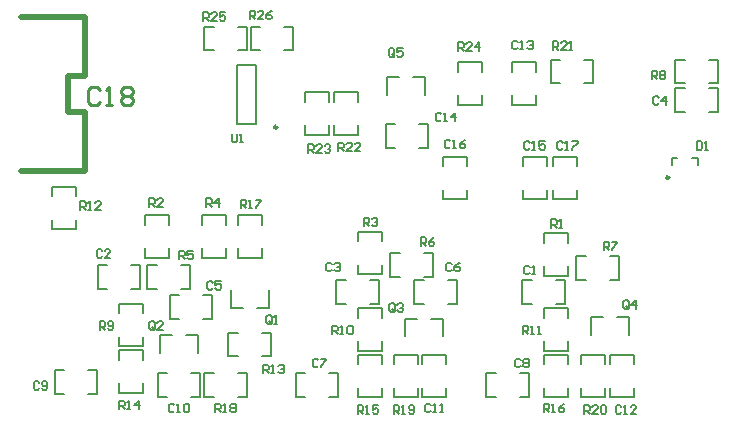
<source format=gto>
%FSLAX25Y25*%
%MOIN*%
G70*
G01*
G75*
G04 Layer_Color=65535*
%ADD10R,0.11811X0.07874*%
%ADD11R,0.19685X0.11811*%
%ADD12R,0.05906X0.04331*%
%ADD13R,0.04331X0.05906*%
%ADD14R,0.01969X0.04724*%
%ADD15R,0.03150X0.03543*%
%ADD16O,0.09843X0.02756*%
%ADD17C,0.03150*%
%ADD18C,0.01969*%
%ADD19C,0.05906*%
%ADD20C,0.01575*%
%ADD21C,0.01181*%
%ADD22C,0.03937*%
%ADD23C,0.04724*%
%ADD24C,0.05118*%
%ADD25C,0.00945*%
%ADD26R,0.07874X0.07874*%
%ADD27R,0.07874X0.07874*%
%ADD28P,0.08523X8X112.5*%
%ADD29C,0.07874*%
%ADD30P,0.10653X8X292.5*%
%ADD31C,0.09843*%
%ADD32R,0.09843X0.09843*%
%ADD33C,0.00984*%
%ADD34C,0.00787*%
%ADD35C,0.01000*%
D18*
X3594Y86409D02*
X25248D01*
Y106095D01*
X19342D02*
X25248D01*
X19342D02*
Y117905D01*
X25248D01*
Y137591D01*
X3594D02*
X25248D01*
D33*
X219783Y84260D02*
G03*
X219783Y84260I-492J0D01*
G01*
X89138Y100957D02*
G03*
X89138Y100957I-492J0D01*
G01*
D34*
X188937Y87937D02*
X188937Y91087D01*
X181063D02*
X188937D01*
X181063Y87937D02*
Y91087D01*
Y76913D02*
Y80063D01*
Y76913D02*
X188937D01*
X188937Y80063D02*
X188937Y76913D01*
X152437Y87937D02*
Y91087D01*
X144563D02*
X152437D01*
X144563Y87937D02*
X144563Y91087D01*
X144563Y80063D02*
X144563Y76913D01*
X152437D01*
Y80063D01*
X178937Y87937D02*
Y91087D01*
X171063D02*
X178937D01*
X171063D02*
X171063Y87937D01*
X171063Y76913D02*
X171063Y80063D01*
X171063Y76913D02*
X178937D01*
Y80063D01*
X76063Y57413D02*
Y60563D01*
Y57413D02*
X83937D01*
Y60563D01*
X76063Y68437D02*
Y71587D01*
X83937D01*
Y68437D02*
Y71587D01*
X72913Y32437D02*
X76063D01*
X72913Y24563D02*
Y32437D01*
Y24563D02*
X76063D01*
X83937Y32437D02*
X87087D01*
Y24563D02*
Y32437D01*
X83937Y24563D02*
X87087D01*
X64063Y57413D02*
Y60563D01*
Y57413D02*
X71937D01*
Y60563D01*
X64063Y68437D02*
Y71587D01*
X71937D01*
Y68437D02*
Y71587D01*
X185937Y62437D02*
Y65587D01*
X178063D02*
X185937D01*
X178063Y62437D02*
Y65587D01*
X185937Y51413D02*
Y54563D01*
X178063Y51413D02*
X185937D01*
X178063D02*
Y54563D01*
X123937Y62937D02*
Y66087D01*
X116063D02*
X123937D01*
X116063Y62937D02*
Y66087D01*
X123937Y51913D02*
Y55063D01*
X116063Y51913D02*
X123937D01*
X116063D02*
Y55063D01*
X52937Y68437D02*
Y71587D01*
X45063D02*
X52937D01*
X45063Y68437D02*
Y71587D01*
X52937Y57413D02*
Y60563D01*
X45063Y57413D02*
X52937D01*
X45063D02*
Y60563D01*
X170913Y42063D02*
X174063Y42063D01*
X170913Y42063D02*
Y49937D01*
X174063Y49937D01*
X181937D02*
X185087Y49937D01*
Y42063D02*
Y49937D01*
X181937Y42063D02*
X185087Y42063D01*
X220669Y88394D02*
Y90756D01*
X222441D01*
X229331Y88394D02*
Y90756D01*
X227559D02*
X229331D01*
X108913Y42063D02*
X112063D01*
X108913D02*
Y49937D01*
X112063D01*
X119937D02*
X123087D01*
Y42063D02*
Y49937D01*
X119937Y42063D02*
X123087D01*
X29413Y47063D02*
X32563D01*
X29413D02*
Y54937D01*
X32563D01*
X40437D02*
X43587D01*
Y47063D02*
Y54937D01*
X40437Y47063D02*
X43587D01*
X188913Y57937D02*
X192063Y57937D01*
X188913Y57937D02*
X188913Y50063D01*
X192063D01*
X199937Y57937D02*
X203087Y57937D01*
X203087Y50063D01*
X199937D02*
X203087D01*
X126913Y58937D02*
X130063D01*
X126913Y51063D02*
Y58937D01*
Y51063D02*
X130063D01*
X137937Y58937D02*
X141087D01*
Y51063D02*
Y58937D01*
X137937Y51063D02*
X141087D01*
X45913Y54937D02*
X49063D01*
X45913Y47063D02*
Y54937D01*
Y47063D02*
X49063D01*
X56937Y54937D02*
X60087D01*
Y47063D02*
Y54937D01*
X56937Y47063D02*
X60087D01*
X221913Y106063D02*
X225063D01*
X221913D02*
Y113937D01*
X225063D01*
X232937D02*
X236087D01*
Y106063D02*
Y113937D01*
X232937Y106063D02*
X236087D01*
X221913Y123437D02*
X225063D01*
X221913Y115563D02*
Y123437D01*
Y115563D02*
X225063D01*
X232937Y123437D02*
X236087D01*
Y115563D02*
Y123437D01*
X232937Y115563D02*
X236087D01*
X73701Y46756D02*
X73701Y40850D01*
X77638Y40850D01*
X86299Y40850D02*
X86299Y46756D01*
X82362Y40850D02*
X86299Y40850D01*
X185937Y37437D02*
Y40587D01*
X178063D02*
X185937D01*
X178063D02*
X178063Y37437D01*
X185937Y26413D02*
Y29563D01*
X178063Y26413D02*
X185937D01*
X178063D02*
X178063Y29563D01*
X123937Y37437D02*
Y40587D01*
X116063D02*
X123937D01*
X116063Y37437D02*
Y40587D01*
X123937Y26413D02*
Y29563D01*
X116063Y26413D02*
X123937D01*
X116063D02*
Y29563D01*
X44437Y38937D02*
Y42087D01*
X36563D02*
X44437D01*
X36563Y38937D02*
Y42087D01*
X44437Y27913D02*
Y31063D01*
X36563Y27913D02*
X44437D01*
X36563D02*
Y31063D01*
X134913Y42063D02*
X138063D01*
X134913D02*
Y49937D01*
X138063D01*
X145937D02*
X149087D01*
Y42063D02*
Y49937D01*
X145937Y42063D02*
X149087D01*
X53413Y37063D02*
X56563D01*
X53413D02*
Y44937D01*
X56563D01*
X64437D02*
X67587D01*
Y37063D02*
Y44937D01*
X64437Y37063D02*
X67587D01*
X206299Y37650D02*
X206299Y31744D01*
X202362Y37650D02*
X206299Y37650D01*
X193701Y31744D02*
X193701Y37650D01*
X197638Y37650D01*
X158913Y11063D02*
X162063D01*
X158913D02*
Y18937D01*
X162063D01*
X169937D02*
X173087D01*
Y11063D02*
Y18937D01*
X169937Y11063D02*
X173087D01*
X144299Y31244D02*
Y37150D01*
X140362D02*
X144299D01*
X131701Y31244D02*
Y37150D01*
X135638D01*
X106437Y18937D02*
X109587D01*
Y11063D02*
Y18937D01*
X106437Y11063D02*
X109587D01*
X95413D02*
X98563D01*
X95413D02*
Y18937D01*
X98563D01*
X62799Y31650D02*
X62799Y25744D01*
X58862Y31650D02*
X62799Y31650D01*
X50201Y25744D02*
X50201Y31650D01*
X54138Y31650D01*
X21937Y77937D02*
Y81087D01*
X14063D02*
X21937D01*
X14063Y77937D02*
Y81087D01*
X21937Y66913D02*
Y70063D01*
X14063Y66913D02*
X21937D01*
X14063D02*
Y70063D01*
X14976Y12063D02*
X18126D01*
X14976D02*
Y19937D01*
X18126D01*
X26000D02*
X29150D01*
Y12063D02*
Y19937D01*
X26000Y12063D02*
X29150D01*
X185937Y21937D02*
Y25087D01*
X178063D02*
X185937D01*
X178063Y21937D02*
Y25087D01*
X185937Y10913D02*
Y14063D01*
X178063Y10913D02*
X185937D01*
X178063D02*
Y14063D01*
X123937Y21937D02*
Y25087D01*
X116063D02*
X123937D01*
X116063Y21937D02*
Y25087D01*
X123937Y10913D02*
Y14063D01*
X116063Y10913D02*
X123937D01*
X116063D02*
Y14063D01*
X44437Y23437D02*
Y26587D01*
X36563D02*
X44437D01*
X36563Y23437D02*
Y26587D01*
X44437Y12413D02*
Y15563D01*
X36563Y12413D02*
X44437D01*
X36563D02*
Y15563D01*
X200063Y21937D02*
Y25087D01*
X207937D01*
Y21937D02*
Y25087D01*
Y10913D02*
Y14063D01*
X200063Y10913D02*
X207937D01*
X200063D02*
Y14063D01*
X198437Y21937D02*
Y25087D01*
X190563D02*
X198437D01*
X190563Y21937D02*
Y25087D01*
X198437Y10913D02*
Y14063D01*
X190563Y10913D02*
X198437D01*
X190563D02*
Y14063D01*
X137563Y21937D02*
Y25087D01*
X145437D01*
Y21937D02*
Y25087D01*
Y10913D02*
Y14063D01*
X137563Y10913D02*
X145437D01*
X137563D02*
Y14063D01*
X135937Y21937D02*
Y25087D01*
X128063D02*
X135937D01*
X128063Y21937D02*
Y25087D01*
X135937Y10913D02*
Y14063D01*
X128063Y10913D02*
X135937D01*
X128063D02*
Y14063D01*
X60437Y18937D02*
X63587D01*
Y11063D02*
Y18937D01*
X60437Y11063D02*
X63587D01*
X49413D02*
X52563D01*
X49413D02*
Y18937D01*
X52563D01*
X64913D02*
X68063D01*
X64913Y11063D02*
Y18937D01*
Y11063D02*
X68063D01*
X75937Y18937D02*
X79087D01*
Y11063D02*
Y18937D01*
X75937Y11063D02*
X79087D01*
X180413Y123437D02*
X183563D01*
X180413Y115563D02*
Y123437D01*
Y115563D02*
X183563D01*
X191437Y123437D02*
X194587D01*
Y115563D02*
Y123437D01*
X191437Y115563D02*
X194587D01*
X167563Y119437D02*
Y122587D01*
X175437D01*
Y119437D02*
Y122587D01*
Y108413D02*
Y111563D01*
X167563Y108413D02*
X175437D01*
X167563D02*
Y111563D01*
X106437Y109437D02*
Y112587D01*
X98563D02*
X106437D01*
X98563Y109437D02*
Y112587D01*
X106437Y98413D02*
Y101563D01*
X98563Y98413D02*
X106437D01*
X98563D02*
Y101563D01*
X108063Y98413D02*
Y101563D01*
Y98413D02*
X115937Y98413D01*
Y101563D01*
X108063Y109437D02*
Y112587D01*
X115937Y112587D01*
Y109437D02*
Y112587D01*
X75850Y121843D02*
X82150Y121843D01*
X75850Y102157D02*
X82150D01*
X75850Y121843D02*
X75850Y102157D01*
X82150Y121843D02*
X82150Y102157D01*
X138299Y117650D02*
X138299Y111744D01*
X134362Y117650D02*
X138299Y117650D01*
X125701Y111744D02*
X125701Y117650D01*
X129638Y117650D01*
X149563Y108413D02*
Y111563D01*
Y108413D02*
X157437D01*
Y111563D01*
X149563Y119437D02*
Y122587D01*
X157437D01*
Y119437D02*
Y122587D01*
X75937Y126563D02*
X79087Y126563D01*
X79087Y134437D01*
X75937D02*
X79087D01*
X64913Y126563D02*
X68063Y126563D01*
X64913Y126563D02*
X64913Y134437D01*
X68063D01*
X91437Y126563D02*
X94587D01*
Y134437D01*
X91437Y134437D02*
X94587Y134437D01*
X80413Y126563D02*
X83563D01*
X80413D02*
Y134437D01*
X83563Y134437D01*
X125413Y94063D02*
X128563D01*
X125413D02*
Y101937D01*
X128563D01*
X136437D02*
X139587D01*
Y94063D02*
Y101937D01*
X136437Y94063D02*
X139587D01*
X184337Y95796D02*
X183878Y96255D01*
X182959D01*
X182500Y95796D01*
Y93959D01*
X182959Y93500D01*
X183878D01*
X184337Y93959D01*
X185255Y93500D02*
X186173D01*
X185714D01*
Y96255D01*
X185255Y95796D01*
X187551Y96255D02*
X189388D01*
Y95796D01*
X187551Y93959D01*
Y93500D01*
X146837Y96296D02*
X146378Y96755D01*
X145459D01*
X145000Y96296D01*
Y94459D01*
X145459Y94000D01*
X146378D01*
X146837Y94459D01*
X147755Y94000D02*
X148673D01*
X148214D01*
Y96755D01*
X147755Y96296D01*
X151888Y96755D02*
X150969Y96296D01*
X150051Y95377D01*
Y94459D01*
X150510Y94000D01*
X151428D01*
X151888Y94459D01*
Y94918D01*
X151428Y95377D01*
X150051D01*
X173337Y95796D02*
X172878Y96255D01*
X171959D01*
X171500Y95796D01*
Y93959D01*
X171959Y93500D01*
X172878D01*
X173337Y93959D01*
X174255Y93500D02*
X175173D01*
X174714D01*
Y96255D01*
X174255Y95796D01*
X178388Y96255D02*
X176551D01*
Y94877D01*
X177469Y95337D01*
X177928D01*
X178388Y94877D01*
Y93959D01*
X177928Y93500D01*
X177010D01*
X176551Y93959D01*
X74000Y98755D02*
Y96459D01*
X74459Y96000D01*
X75378D01*
X75837Y96459D01*
Y98755D01*
X76755Y96000D02*
X77673D01*
X77214D01*
Y98755D01*
X76755Y98296D01*
X80000Y137000D02*
Y139755D01*
X81378D01*
X81837Y139296D01*
Y138377D01*
X81378Y137918D01*
X80000D01*
X80918D02*
X81837Y137000D01*
X84592D02*
X82755D01*
X84592Y138837D01*
Y139296D01*
X84132Y139755D01*
X83214D01*
X82755Y139296D01*
X87347Y139755D02*
X86428Y139296D01*
X85510Y138377D01*
Y137459D01*
X85969Y137000D01*
X86888D01*
X87347Y137459D01*
Y137918D01*
X86888Y138377D01*
X85510D01*
X64500Y136500D02*
Y139255D01*
X65877D01*
X66337Y138796D01*
Y137878D01*
X65877Y137418D01*
X64500D01*
X65418D02*
X66337Y136500D01*
X69092D02*
X67255D01*
X69092Y138337D01*
Y138796D01*
X68633Y139255D01*
X67714D01*
X67255Y138796D01*
X71847Y139255D02*
X70010D01*
Y137878D01*
X70928Y138337D01*
X71387D01*
X71847Y137878D01*
Y136959D01*
X71387Y136500D01*
X70469D01*
X70010Y136959D01*
X149500Y126500D02*
Y129255D01*
X150877D01*
X151337Y128796D01*
Y127877D01*
X150877Y127418D01*
X149500D01*
X150418D02*
X151337Y126500D01*
X154092D02*
X152255D01*
X154092Y128337D01*
Y128796D01*
X153632Y129255D01*
X152714D01*
X152255Y128796D01*
X156388Y126500D02*
Y129255D01*
X155010Y127877D01*
X156847D01*
X99500Y92500D02*
Y95255D01*
X100877D01*
X101337Y94796D01*
Y93878D01*
X100877Y93418D01*
X99500D01*
X100418D02*
X101337Y92500D01*
X104092D02*
X102255D01*
X104092Y94337D01*
Y94796D01*
X103632Y95255D01*
X102714D01*
X102255Y94796D01*
X105010D02*
X105469Y95255D01*
X106388D01*
X106847Y94796D01*
Y94337D01*
X106388Y93878D01*
X105928D01*
X106388D01*
X106847Y93418D01*
Y92959D01*
X106388Y92500D01*
X105469D01*
X105010Y92959D01*
X109500Y93000D02*
Y95755D01*
X110878D01*
X111337Y95296D01*
Y94377D01*
X110878Y93918D01*
X109500D01*
X110418D02*
X111337Y93000D01*
X114092D02*
X112255D01*
X114092Y94837D01*
Y95296D01*
X113633Y95755D01*
X112714D01*
X112255Y95296D01*
X116847Y93000D02*
X115010D01*
X116847Y94837D01*
Y95296D01*
X116388Y95755D01*
X115469D01*
X115010Y95296D01*
X181050Y126850D02*
Y129605D01*
X182428D01*
X182887Y129146D01*
Y128227D01*
X182428Y127768D01*
X181050D01*
X181968D02*
X182887Y126850D01*
X185642D02*
X183805D01*
X185642Y128687D01*
Y129146D01*
X185182Y129605D01*
X184264D01*
X183805Y129146D01*
X186560Y126850D02*
X187478D01*
X187019D01*
Y129605D01*
X186560Y129146D01*
X191500Y5500D02*
Y8255D01*
X192877D01*
X193337Y7796D01*
Y6877D01*
X192877Y6418D01*
X191500D01*
X192418D02*
X193337Y5500D01*
X196092D02*
X194255D01*
X196092Y7337D01*
Y7796D01*
X195633Y8255D01*
X194714D01*
X194255Y7796D01*
X197010D02*
X197469Y8255D01*
X198388D01*
X198847Y7796D01*
Y5959D01*
X198388Y5500D01*
X197469D01*
X197010Y5959D01*
Y7796D01*
X128000Y5500D02*
Y8255D01*
X129377D01*
X129837Y7796D01*
Y6877D01*
X129377Y6418D01*
X128000D01*
X128918D02*
X129837Y5500D01*
X130755D02*
X131673D01*
X131214D01*
Y8255D01*
X130755Y7796D01*
X133051Y5959D02*
X133510Y5500D01*
X134428D01*
X134888Y5959D01*
Y7796D01*
X134428Y8255D01*
X133510D01*
X133051Y7796D01*
Y7337D01*
X133510Y6877D01*
X134888D01*
X68500Y6000D02*
Y8755D01*
X69877D01*
X70337Y8296D01*
Y7378D01*
X69877Y6918D01*
X68500D01*
X69418D02*
X70337Y6000D01*
X71255D02*
X72173D01*
X71714D01*
Y8755D01*
X71255Y8296D01*
X73551D02*
X74010Y8755D01*
X74928D01*
X75388Y8296D01*
Y7837D01*
X74928Y7378D01*
X75388Y6918D01*
Y6459D01*
X74928Y6000D01*
X74010D01*
X73551Y6459D01*
Y6918D01*
X74010Y7378D01*
X73551Y7837D01*
Y8296D01*
X74010Y7378D02*
X74928D01*
X77000Y74000D02*
Y76755D01*
X78377D01*
X78837Y76296D01*
Y75378D01*
X78377Y74918D01*
X77000D01*
X77918D02*
X78837Y74000D01*
X79755D02*
X80673D01*
X80214D01*
Y76755D01*
X79755Y76296D01*
X82051Y76755D02*
X83887D01*
Y76296D01*
X82051Y74459D01*
Y74000D01*
X178000Y6000D02*
Y8755D01*
X179377D01*
X179837Y8296D01*
Y7378D01*
X179377Y6918D01*
X178000D01*
X178918D02*
X179837Y6000D01*
X180755D02*
X181673D01*
X181214D01*
Y8755D01*
X180755Y8296D01*
X184888Y8755D02*
X183969Y8296D01*
X183051Y7378D01*
Y6459D01*
X183510Y6000D01*
X184428D01*
X184888Y6459D01*
Y6918D01*
X184428Y7378D01*
X183051D01*
X116000Y5500D02*
Y8255D01*
X117377D01*
X117837Y7796D01*
Y6877D01*
X117377Y6418D01*
X116000D01*
X116918D02*
X117837Y5500D01*
X118755D02*
X119673D01*
X119214D01*
Y8255D01*
X118755Y7796D01*
X122888Y8255D02*
X121051D01*
Y6877D01*
X121969Y7337D01*
X122428D01*
X122888Y6877D01*
Y5959D01*
X122428Y5500D01*
X121510D01*
X121051Y5959D01*
X36500Y7000D02*
Y9755D01*
X37878D01*
X38337Y9296D01*
Y8377D01*
X37878Y7918D01*
X36500D01*
X37418D02*
X38337Y7000D01*
X39255D02*
X40173D01*
X39714D01*
Y9755D01*
X39255Y9296D01*
X42928Y7000D02*
Y9755D01*
X41551Y8377D01*
X43387D01*
X84500Y19000D02*
Y21755D01*
X85878D01*
X86337Y21296D01*
Y20378D01*
X85878Y19918D01*
X84500D01*
X85418D02*
X86337Y19000D01*
X87255D02*
X88173D01*
X87714D01*
Y21755D01*
X87255Y21296D01*
X89551D02*
X90010Y21755D01*
X90928D01*
X91387Y21296D01*
Y20837D01*
X90928Y20378D01*
X90469D01*
X90928D01*
X91387Y19918D01*
Y19459D01*
X90928Y19000D01*
X90010D01*
X89551Y19459D01*
X23500Y73500D02*
Y76255D01*
X24878D01*
X25337Y75796D01*
Y74878D01*
X24878Y74418D01*
X23500D01*
X24418D02*
X25337Y73500D01*
X26255D02*
X27173D01*
X26714D01*
Y76255D01*
X26255Y75796D01*
X30387Y73500D02*
X28551D01*
X30387Y75337D01*
Y75796D01*
X29928Y76255D01*
X29010D01*
X28551Y75796D01*
X171000Y32000D02*
Y34755D01*
X172378D01*
X172837Y34296D01*
Y33378D01*
X172378Y32918D01*
X171000D01*
X171918D02*
X172837Y32000D01*
X173755D02*
X174673D01*
X174214D01*
Y34755D01*
X173755Y34296D01*
X176051Y32000D02*
X176969D01*
X176510D01*
Y34755D01*
X176051Y34296D01*
X107500Y32000D02*
Y34755D01*
X108878D01*
X109337Y34296D01*
Y33378D01*
X108878Y32918D01*
X107500D01*
X108418D02*
X109337Y32000D01*
X110255D02*
X111173D01*
X110714D01*
Y34755D01*
X110255Y34296D01*
X112551D02*
X113010Y34755D01*
X113928D01*
X114388Y34296D01*
Y32459D01*
X113928Y32000D01*
X113010D01*
X112551Y32459D01*
Y34296D01*
X30000Y33500D02*
Y36255D01*
X31378D01*
X31837Y35796D01*
Y34877D01*
X31378Y34418D01*
X30000D01*
X30918D02*
X31837Y33500D01*
X32755Y33959D02*
X33214Y33500D01*
X34133D01*
X34592Y33959D01*
Y35796D01*
X34133Y36255D01*
X33214D01*
X32755Y35796D01*
Y35337D01*
X33214Y34877D01*
X34592D01*
X214000Y117000D02*
Y119755D01*
X215377D01*
X215837Y119296D01*
Y118377D01*
X215377Y117918D01*
X214000D01*
X214918D02*
X215837Y117000D01*
X216755Y119296D02*
X217214Y119755D01*
X218132D01*
X218592Y119296D01*
Y118837D01*
X218132Y118377D01*
X218592Y117918D01*
Y117459D01*
X218132Y117000D01*
X217214D01*
X216755Y117459D01*
Y117918D01*
X217214Y118377D01*
X216755Y118837D01*
Y119296D01*
X217214Y118377D02*
X218132D01*
X198000Y60000D02*
Y62755D01*
X199378D01*
X199837Y62296D01*
Y61378D01*
X199378Y60918D01*
X198000D01*
X198918D02*
X199837Y60000D01*
X200755Y62755D02*
X202592D01*
Y62296D01*
X200755Y60459D01*
Y60000D01*
X137000Y61500D02*
Y64255D01*
X138377D01*
X138837Y63796D01*
Y62878D01*
X138377Y62418D01*
X137000D01*
X137918D02*
X138837Y61500D01*
X141592Y64255D02*
X140673Y63796D01*
X139755Y62878D01*
Y61959D01*
X140214Y61500D01*
X141132D01*
X141592Y61959D01*
Y62418D01*
X141132Y62878D01*
X139755D01*
X56500Y57000D02*
Y59755D01*
X57877D01*
X58337Y59296D01*
Y58377D01*
X57877Y57918D01*
X56500D01*
X57418D02*
X58337Y57000D01*
X61092Y59755D02*
X59255D01*
Y58377D01*
X60173Y58837D01*
X60632D01*
X61092Y58377D01*
Y57459D01*
X60632Y57000D01*
X59714D01*
X59255Y57459D01*
X65500Y74500D02*
Y77255D01*
X66878D01*
X67337Y76796D01*
Y75877D01*
X66878Y75418D01*
X65500D01*
X66418D02*
X67337Y74500D01*
X69633D02*
Y77255D01*
X68255Y75877D01*
X70092D01*
X118000Y68000D02*
Y70755D01*
X119378D01*
X119837Y70296D01*
Y69377D01*
X119378Y68918D01*
X118000D01*
X118918D02*
X119837Y68000D01*
X120755Y70296D02*
X121214Y70755D01*
X122133D01*
X122592Y70296D01*
Y69837D01*
X122133Y69377D01*
X121673D01*
X122133D01*
X122592Y68918D01*
Y68459D01*
X122133Y68000D01*
X121214D01*
X120755Y68459D01*
X46500Y74500D02*
Y77255D01*
X47877D01*
X48337Y76796D01*
Y75877D01*
X47877Y75418D01*
X46500D01*
X47418D02*
X48337Y74500D01*
X51092D02*
X49255D01*
X51092Y76337D01*
Y76796D01*
X50633Y77255D01*
X49714D01*
X49255Y76796D01*
X180500Y67500D02*
Y70255D01*
X181878D01*
X182337Y69796D01*
Y68878D01*
X181878Y68418D01*
X180500D01*
X181418D02*
X182337Y67500D01*
X183255D02*
X184173D01*
X183714D01*
Y70255D01*
X183255Y69796D01*
X128187Y125009D02*
Y126846D01*
X127727Y127305D01*
X126809D01*
X126350Y126846D01*
Y125009D01*
X126809Y124550D01*
X127727D01*
X127268Y125468D02*
X128187Y124550D01*
X127727D02*
X128187Y125009D01*
X130942Y127305D02*
X129105D01*
Y125927D01*
X130023Y126387D01*
X130482D01*
X130942Y125927D01*
Y125009D01*
X130482Y124550D01*
X129564D01*
X129105Y125009D01*
X206337Y40959D02*
Y42796D01*
X205877Y43255D01*
X204959D01*
X204500Y42796D01*
Y40959D01*
X204959Y40500D01*
X205877D01*
X205418Y41418D02*
X206337Y40500D01*
X205877D02*
X206337Y40959D01*
X208632Y40500D02*
Y43255D01*
X207255Y41877D01*
X209092D01*
X128337Y39959D02*
Y41796D01*
X127877Y42255D01*
X126959D01*
X126500Y41796D01*
Y39959D01*
X126959Y39500D01*
X127877D01*
X127418Y40418D02*
X128337Y39500D01*
X127877D02*
X128337Y39959D01*
X129255Y41796D02*
X129714Y42255D01*
X130632D01*
X131092Y41796D01*
Y41337D01*
X130632Y40878D01*
X130173D01*
X130632D01*
X131092Y40418D01*
Y39959D01*
X130632Y39500D01*
X129714D01*
X129255Y39959D01*
X48337Y33959D02*
Y35796D01*
X47877Y36255D01*
X46959D01*
X46500Y35796D01*
Y33959D01*
X46959Y33500D01*
X47877D01*
X47418Y34418D02*
X48337Y33500D01*
X47877D02*
X48337Y33959D01*
X51092Y33500D02*
X49255D01*
X51092Y35337D01*
Y35796D01*
X50633Y36255D01*
X49714D01*
X49255Y35796D01*
X87337Y35959D02*
Y37796D01*
X86878Y38255D01*
X85959D01*
X85500Y37796D01*
Y35959D01*
X85959Y35500D01*
X86878D01*
X86418Y36418D02*
X87337Y35500D01*
X86878D02*
X87337Y35959D01*
X88255Y35500D02*
X89173D01*
X88714D01*
Y38255D01*
X88255Y37796D01*
X229000Y96255D02*
Y93500D01*
X230378D01*
X230837Y93959D01*
Y95796D01*
X230378Y96255D01*
X229000D01*
X231755Y93500D02*
X232673D01*
X232214D01*
Y96255D01*
X231755Y95796D01*
X143837Y105296D02*
X143377Y105755D01*
X142459D01*
X142000Y105296D01*
Y103459D01*
X142459Y103000D01*
X143377D01*
X143837Y103459D01*
X144755Y103000D02*
X145673D01*
X145214D01*
Y105755D01*
X144755Y105296D01*
X148428Y103000D02*
Y105755D01*
X147051Y104377D01*
X148888D01*
X169337Y129296D02*
X168877Y129755D01*
X167959D01*
X167500Y129296D01*
Y127459D01*
X167959Y127000D01*
X168877D01*
X169337Y127459D01*
X170255Y127000D02*
X171173D01*
X170714D01*
Y129755D01*
X170255Y129296D01*
X172551D02*
X173010Y129755D01*
X173928D01*
X174388Y129296D01*
Y128837D01*
X173928Y128377D01*
X173469D01*
X173928D01*
X174388Y127918D01*
Y127459D01*
X173928Y127000D01*
X173010D01*
X172551Y127459D01*
X203837Y7796D02*
X203378Y8255D01*
X202459D01*
X202000Y7796D01*
Y5959D01*
X202459Y5500D01*
X203378D01*
X203837Y5959D01*
X204755Y5500D02*
X205673D01*
X205214D01*
Y8255D01*
X204755Y7796D01*
X208888Y5500D02*
X207051D01*
X208888Y7337D01*
Y7796D01*
X208428Y8255D01*
X207510D01*
X207051Y7796D01*
X140337Y8296D02*
X139877Y8755D01*
X138959D01*
X138500Y8296D01*
Y6459D01*
X138959Y6000D01*
X139877D01*
X140337Y6459D01*
X141255Y6000D02*
X142173D01*
X141714D01*
Y8755D01*
X141255Y8296D01*
X143551Y6000D02*
X144469D01*
X144010D01*
Y8755D01*
X143551Y8296D01*
X54837D02*
X54378Y8755D01*
X53459D01*
X53000Y8296D01*
Y6459D01*
X53459Y6000D01*
X54378D01*
X54837Y6459D01*
X55755Y6000D02*
X56673D01*
X56214D01*
Y8755D01*
X55755Y8296D01*
X58051D02*
X58510Y8755D01*
X59428D01*
X59887Y8296D01*
Y6459D01*
X59428Y6000D01*
X58510D01*
X58051Y6459D01*
Y8296D01*
X9837Y15796D02*
X9377Y16255D01*
X8459D01*
X8000Y15796D01*
Y13959D01*
X8459Y13500D01*
X9377D01*
X9837Y13959D01*
X10755D02*
X11214Y13500D01*
X12133D01*
X12592Y13959D01*
Y15796D01*
X12133Y16255D01*
X11214D01*
X10755Y15796D01*
Y15337D01*
X11214Y14877D01*
X12592D01*
X170337Y23296D02*
X169878Y23755D01*
X168959D01*
X168500Y23296D01*
Y21459D01*
X168959Y21000D01*
X169878D01*
X170337Y21459D01*
X171255Y23296D02*
X171714Y23755D01*
X172633D01*
X173092Y23296D01*
Y22837D01*
X172633Y22377D01*
X173092Y21918D01*
Y21459D01*
X172633Y21000D01*
X171714D01*
X171255Y21459D01*
Y21918D01*
X171714Y22377D01*
X171255Y22837D01*
Y23296D01*
X171714Y22377D02*
X172633D01*
X102837Y23296D02*
X102377Y23755D01*
X101459D01*
X101000Y23296D01*
Y21459D01*
X101459Y21000D01*
X102377D01*
X102837Y21459D01*
X103755Y23755D02*
X105592D01*
Y23296D01*
X103755Y21459D01*
Y21000D01*
X147337Y55296D02*
X146878Y55755D01*
X145959D01*
X145500Y55296D01*
Y53459D01*
X145959Y53000D01*
X146878D01*
X147337Y53459D01*
X150092Y55755D02*
X149173Y55296D01*
X148255Y54378D01*
Y53459D01*
X148714Y53000D01*
X149633D01*
X150092Y53459D01*
Y53918D01*
X149633Y54378D01*
X148255D01*
X67647Y49162D02*
X67188Y49621D01*
X66270D01*
X65811Y49162D01*
Y47325D01*
X66270Y46866D01*
X67188D01*
X67647Y47325D01*
X70402Y49621D02*
X68565D01*
Y48244D01*
X69484Y48703D01*
X69943D01*
X70402Y48244D01*
Y47325D01*
X69943Y46866D01*
X69025D01*
X68565Y47325D01*
X216337Y110796D02*
X215878Y111255D01*
X214959D01*
X214500Y110796D01*
Y108959D01*
X214959Y108500D01*
X215878D01*
X216337Y108959D01*
X218633Y108500D02*
Y111255D01*
X217255Y109878D01*
X219092D01*
X107337Y55296D02*
X106878Y55755D01*
X105959D01*
X105500Y55296D01*
Y53459D01*
X105959Y53000D01*
X106878D01*
X107337Y53459D01*
X108255Y55296D02*
X108714Y55755D01*
X109633D01*
X110092Y55296D01*
Y54837D01*
X109633Y54378D01*
X109173D01*
X109633D01*
X110092Y53918D01*
Y53459D01*
X109633Y53000D01*
X108714D01*
X108255Y53459D01*
X30837Y59796D02*
X30378Y60255D01*
X29459D01*
X29000Y59796D01*
Y57959D01*
X29459Y57500D01*
X30378D01*
X30837Y57959D01*
X33592Y57500D02*
X31755D01*
X33592Y59337D01*
Y59796D01*
X33132Y60255D01*
X32214D01*
X31755Y59796D01*
X173337Y54296D02*
X172878Y54755D01*
X171959D01*
X171500Y54296D01*
Y52459D01*
X171959Y52000D01*
X172878D01*
X173337Y52459D01*
X174255Y52000D02*
X175173D01*
X174714D01*
Y54755D01*
X174255Y54296D01*
D35*
X29999Y113498D02*
X28999Y114498D01*
X27000D01*
X26000Y113498D01*
Y109500D01*
X27000Y108500D01*
X28999D01*
X29999Y109500D01*
X31998Y108500D02*
X33997D01*
X32998D01*
Y114498D01*
X31998Y113498D01*
X36996D02*
X37996Y114498D01*
X39996D01*
X40995Y113498D01*
Y112499D01*
X39996Y111499D01*
X40995Y110499D01*
Y109500D01*
X39996Y108500D01*
X37996D01*
X36996Y109500D01*
Y110499D01*
X37996Y111499D01*
X36996Y112499D01*
Y113498D01*
X37996Y111499D02*
X39996D01*
M02*

</source>
